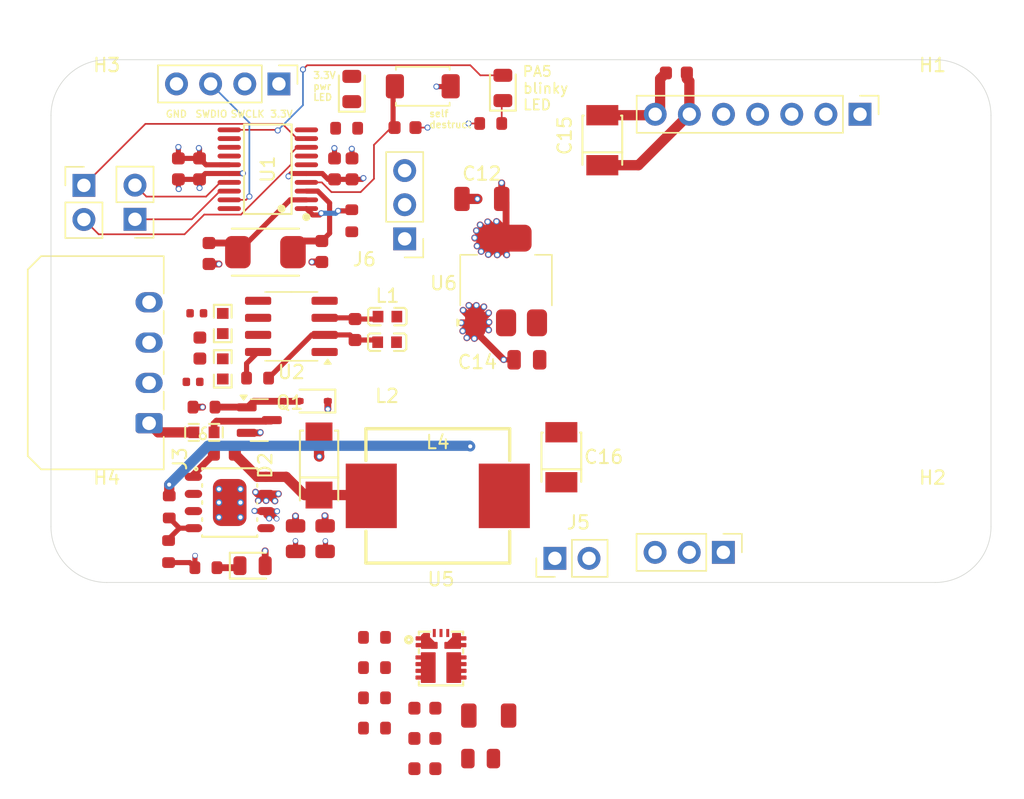
<source format=kicad_pcb>
(kicad_pcb (version 20241229) (generator "pcbnew") (generator_version "9.0")
  (layers (0 "F.Cu" power) (4 "In1.Cu" power) (6 "In2.Cu" power) (2 "B.Cu" signal) (13 "F.Paste" user) (15 "B.Paste" user) (5 "F.SilkS" user "F.Silkscreen") (7 "B.SilkS" user "B.Silkscreen") (1 "F.Mask" user) (3 "B.Mask" user) (25 "Edge.Cuts" user))
  (net 0 "")
  (net 1 "SWDIO")
  (net 2 "Net-(S1-B)")
  (net 3 "USART2_RX")
  (net 4 "+3.3V")
  (net 5 "CANTX")
  (net 7 "Net-(U1-PF0-OSC_IN)")
  (net 9 "CANRX")
  (net 10 "GND")
  (net 12 "SWCLK")
  (net 13 "Net-(U1-PA5)")
  (net 16 "USART2_TX")
  (net 18 "Net-(U1-PF1-OSC_OUT)")
  (net 19 "+5V")
  (net 20 "CANH")
  (net 21 "CANL")
  (net 23 "Net-(D3-Pad1)")
  (net 24 "Net-(D1-Pad1)")
  (net 25 "LORA_TX")
  (net 27 "LORA_RX")
  (net 30 "Net-(C18-Pad1)")
  (net 31 "Net-(U2-VCC)")
  (net 32 "+12V")
  (net 33 "+BATT")
  (net 34 "Net-(Q1-D)")
  (net 35 "Net-(Q1-G)")
  (net 36 "Net-(D2-K)")
  (net 37 "Net-(U1-BOOT0PB8)")
  (net 38 "Net-(R11-Pad1)")
  (net 39 "Net-(R12-Pad1)")
  (net 40 "Net-(J7-Pin_2)")
  (net 41 "Net-(U2-Rs)")
  (net 42 "Net-(D5-Pad1)")
  (net 43 "Net-(J6-Pin_2)")
  (net 45 "Net-(U3-BOOT)")
  (net 48 "Net-(U3-VSENSE)")
  (net 49 "CANGND")
  (footprint "Connector_PinHeader_2.54mm:PinHeader_1x03_P2.54mm_Vertical" (layer "F.Cu") (at 110.8202 41.5798 180)
    (property "Reference" "J6")
    (property "Value" "Conn_01x03_Pin")
  )
  (footprint "PCM_JLCPCB:R_0603" (layer "F.Cu") (at 93.25 64.85 -90)
    (property "Reference" "R4" (hide yes))
    (property "Value" "3.3kΩ")
  )
  (footprint "Connector_PinHeader_2.54mm:PinHeader_1x02_P2.54mm_Vertical" (layer "F.Cu") (at 90.75 40.125 180)
    (property "Reference" "J8" (hide yes))
    (property "Value" "Conn_01x02_Pin")
  )
  (footprint "PCM_JLCPCB:R_0603" (layer "F.Cu") (at 117.221 32.9946 180)
    (property "Reference" "R1" (hide yes))
    (property "Value" "820Ω")
  )
  (footprint "PCM_JLCPCB:SW_TS-1088-AR02016" (layer "F.Cu") (at 112.1664 30.226 180)
    (property "Reference" "S1" (hide yes))
    (property "Value" "Tactile Button, 160gf")
  )
  (footprint "PCM_JLCPCB:ESOP-8_L4.9-W3.9-P1.27-LS6.0-TL-EP" (layer "F.Cu") (at 97.8 61.2)
    (property "Reference" "U3" (hide yes))
    (property "Value" "TPS5430DDAR")
  )
  (footprint "PCM_JLCPCB:R_0603" (layer "F.Cu") (at 93.3 61.53 -90)
    (property "Reference" "R8" (hide yes))
    (property "Value" "10kΩ")
  )
  (footprint "PCM_JLCPCB:C_0603" (layer "F.Cu") (at 95.5802 49.7078 -90)
    (property "Reference" "C18" (hide yes))
    (property "Value" "4.7nF")
  )
  (footprint "MountingHole:MountingHole_3.2mm_M3_DIN965" (layer "F.Cu") (at 150.1 32.4)
    (property "Reference" "H1")
    (property "Value" "M3 MountingHole")
  )
  (footprint "easyeda2kicad:QFN-7_L4.0-W3.3_TPSM863257RDXR" (layer "F.Cu") (at 113.5232 72.201)
    (property "Reference" "U5")
    (property "Value" "TPSM863252RDXR")
  )
  (footprint "PCM_JLCPCB:R_0402" (layer "F.Cu") (at 95.3516 47.117 180)
    (property "Reference" "R11" (hide yes))
    (property "Value" "0Ω" (hide yes))
  )
  (footprint "easyeda2kicad:IND-SMD_L10.7-W10.0" (layer "F.Cu") (at 113.284 60.706)
    (property "Reference" "L4")
    (property "Value" "SPM10054T-150M-HZ")
  )
  (footprint "PCM_JLCPCB:C_0603" (layer "F.Cu") (at 110.8456 33.2994 180)
    (property "Reference" "C6" (hide yes))
    (property "Value" "100nF")
  )
  (footprint "PCM_JLCPCB:R_0603" (layer "F.Cu") (at 106.8832 40.2336 90)
    (property "Reference" "R5" (hide yes))
    (property "Value" "10kΩ")
  )
  (footprint "PCM_JLCPCB:C_0603" (layer "F.Cu") (at 93.98 36.3728 90)
    (property "Reference" "C3" (hide yes))
    (property "Value" "4.7uF")
  )
  (footprint "Connector_PinHeader_2.54mm:PinHeader_1x02_P2.54mm_Vertical" (layer "F.Cu") (at 121.9962 65.3542 90)
    (property "Reference" "J5")
    (property "Value" "Conn_01x02_Pin")
  )
  (footprint "PCM_JLCPCB:C_0603" (layer "F.Cu") (at 96.257 42.6704 90)
    (property "Reference" "C9" (hide yes))
    (property "Value" "20pF")
  )
  (footprint "PCM_JLCPCB:C_0805" (layer "F.Cu") (at 116.4732 80.256)
    (property "Reference" "C22" (hide yes))
    (property "Value" "22uF")
  )
  (footprint "PCM_JLCPCB:R_0603" (layer "F.Cu") (at 99.8728 51.943 180)
    (property "Reference" "R9" (hide yes))
    (property "Value" "0Ω")
  )
  (footprint "MountingHole:MountingHole_3.2mm_M3_DIN965" (layer "F.Cu") (at 88.65 32.4)
    (property "Reference" "H3")
    (property "Value" "M3 MountingHole")
  )
  (footprint "PCM_JLCPCB:C_0603" (layer "F.Cu") (at 112.3232 78.756)
    (property "Reference" "C20" (hide yes))
    (property "Value" "10nF")
  )
  (footprint "PCM_JLCPCB:D_0805" (layer "F.Cu") (at 99.5 65.9)
    (property "Reference" "D5" (hide yes))
    (property "Value" "Red")
  )
  (footprint "MountingHole:MountingHole_3.2mm_M3_DIN965" (layer "F.Cu") (at 88.65 63.1)
    (property "Reference" "H4")
    (property "Value" "M3 MountingHole")
  )
  (footprint "easyeda2kicad:F0603" (layer "F.Cu") (at 95.885 55.9816)
    (property "Reference" "F1" (hide yes))
    (property "Value" "BSMD0603-020-16V")
  )
  (footprint "PCM_JLCPCB:C_0603" (layer "F.Cu") (at 112.3232 76.506)
    (property "Reference" "C17" (hide yes))
    (property "Value" "100nF")
  )
  (footprint "PCM_JLCPCB:C_0603" (layer "F.Cu") (at 95.5548 36.3728 90)
    (property "Reference" "C2" (hide yes))
    (property "Value" "100nF")
  )
  (footprint "PCM_JLCPCB:R_0603" (layer "F.Cu") (at 108.5732 71.236)
    (property "Reference" "R13" (hide yes))
    (property "Value" "68kΩ")
  )
  (footprint "PCM_JLCPCB:C_0603" (layer "F.Cu") (at 106.9 36.3728 90)
    (property "Reference" "C5" (hide yes))
    (property "Value" "1uF")
  )
  (footprint "Connector_Molex:Molex_Micro-Fit_3.0_43650-0400_1x04_P3.00mm_Horizontal" (layer "F.Cu") (at 91.8 55.3 90)
    (property "Reference" "J3")
    (property "Value" "43650-0400")
  )
  (footprint "easyeda2kicad:CASE-B_3528" (layer "F.Cu") (at 122.4788 57.83 90)
    (property "Reference" "C16")
    (property "Value" "TLJB227M006R0500")
  )
  (footprint "Connector_PinHeader_2.54mm:PinHeader_1x07_P2.54mm_Vertical" (layer "F.Cu") (at 144.7038 32.3088 -90)
    (property "Reference" "J1" (hide yes))
    (property "Value" "Conn_01x07")
  )
  (footprint "PCM_JLCPCB:R_0603" (layer "F.Cu") (at 96.03 66.05 180)
    (property "Reference" "R10" (hide yes))
    (property "Value" "4.7kΩ")
  )
  (footprint "easyeda2kicad:CASE-B_3528" (layer "F.Cu") (at 125.5268 34.2392 90)
    (property "Reference" "C15")
    (property "Value" "TLJB227M006R0500")
  )
  (footprint "PCM_JLCPCB:C_0603" (layer "F.Cu") (at 107.1236 48.3284 -90)
    (property "Reference" "C11" (hide yes))
    (property "Value" "100nF")
  )
  (footprint "PCM_JLCPCB:R_0402" (layer "F.Cu") (at 95.0722 52.2224 180)
    (property "Reference" "R12" (hide yes))
    (property "Value" "0Ω" (hide yes))
  )
  (footprint "easyeda2kicad:R0603" (layer "F.Cu") (at 97.282 51.2572 90)
    (property "Reference" "R6" (hide yes))
    (property "Value" "0603WAF604JT5E")
  )
  (footprint "easyeda2kicad:TSSOP-20_L6.5-W4.4-P0.65-LS6.4-BL" (layer "F.Cu") (at 100.6348 36.3982 90)
    (property "Reference" "U1")
    (property "Value" "STM32F042F4P6")
  )
  (footprint "easyeda2kicad:L0603" (layer "F.Cu") (at 109.5366 47.3652)
    (property "Reference" "L1")
    (property "Value" "GZ1608D601TF")
  )
  (footprint "PCM_JLCPCB:R_0603" (layer "F.Cu") (at 95.885 54.102 180)
    (property "Reference" "R3" (hide yes))
    (property "Value" "13kΩ")
  )
  (footprint "PCM_JLCPCB:C_0603" (layer "F.Cu") (at 112.3232 81.006)
    (property "Reference" "C21" (hide yes))
    (property "Value" "22pF")
  )
  (footprint "PCM_JLCPCB:C_0805" (layer "F.Cu") (at 102.7 63.89 -90)
    (property "Reference" "C19" (hide yes))
    (property "Value" "10uF")
  )
  (footprint "PCM_JLCPCB:D_0805" (layer "F.Cu") (at 106.8832 30.4292 90)
    (property "Reference" "D3" (hide yes))
    (property "Value" "Red")
  )
  (footprint "PCM_JLCPCB:C_1206" (layer "F.Cu") (at 116.5606 38.608 180)
    (property "Reference" "C12")
    (property "Value" "22uF")
  )
  (footprint "PCM_JLCPCB:R_0603" (layer "F.Cu") (at 108.5732 77.986)
    (property "Reference" "R16" (hide yes))
    (property "Value" "30kΩ")
  )
  (footprint "Package_TO_SOT_SMD:SOT-223-3_TabPin2" (layer "F.Cu") (at 118.364 44.679 90)
    (property "Reference" "U6")
    (property "Value" "AMS1117-3.3")
  )
  (footprint "easyeda2kicad:L0603" (layer "F.Cu") (at 109.5112 49.2702 180)
    (property "Reference" "L2")
    (property "Value" "GZ1608D601TF")
  )
  (footprint "easyeda2kicad:R0603" (layer "F.Cu") (at 97.282 47.879 90)
    (property "Reference" "R7" (hide yes))
    (property "Value" "0603WAF604JT5E")
  )
  (footprint "Package_TO_SOT_SMD:SOT-23" (layer "F.Cu") (at 99.9998 55.0672)
    (property "Reference" "Q1")
    (property "Value" "AO3401A")
  )
  (footprint "PCM_JLCPCB:CRYSTAL-SMD_L5.0-W3.2" (layer "F.Cu") (at 100.457 42.5704 180)
    (property "Reference" "X1" (hide yes))
    (property "Value" "X50328MSB2GI")
  )
  (footprint "Connector_PinHeader_2.54mm:PinHeader_1x02_P2.54mm_Vertical" (layer "F.Cu") (at 86.95 37.6)
    (property "Reference" "J9" (hide yes))
    (property "Value" "Conn_01x02_Pin")
  )
  (footprint "Connector_PinHeader_2.54mm:PinHeader_1x03_P2.54mm_Vertical" (layer "F.Cu") (at 134.5338 64.9088 -90)
    (property "Reference" "J2" (hide yes))
    (property "Value" "Conn_01x03")
  )
  (footprint "PCM_JLCPCB:C_0603" (layer "F.Cu") (at 104.657 42.5204 90)
    (property "Reference" "C10" (hide yes))
    (property "Value" "20pF")
  )
  (footprint "PCM_JLCPCB:D_0805" (layer "F.Cu") (at 118.1264 30.35 90)
    (property "Reference" "D1" (hide yes))
    (property "Value" "Green")
  )
  (footprint "MountingHole:MountingHole_3.2mm_M3_DIN965" (layer "F.Cu") (at 150.1 63.1)
    (property "Reference" "H2")
    (property "Value" "M3 MountingHole")
  )
  (footprint "PCM_JLCPCB:R_0603" (layer "F.Cu") (at 108.5732 75.736)
    (property "Reference" "R15" (hide yes))
    (property "Value" "130kΩ")
  )
  (footprint "Connector_PinHeader_2.54mm:PinHeader_1x04_P2.54mm_Vertical" (layer "F.Cu") (at 101.46 30.05 -90)
    (property "Reference" "J4" (hide yes))
    (property "Value" "Conn_01x04_Pin")
  )
  (footprint "easyeda2kicad:SMA_L4.3-W2.6-LS5.1-RD" (layer "F.Cu") (at 104.4448 58.4454 90)
    (property "Reference" "D2")
    (property "Value" "B340A")
  )
  (footprint "PCM_JLCPCB:C_0603" (layer "F.Cu") (at 97.4 57.61)
    (property "Reference" "C1" (hide yes))
    (property "Value" "10nF")
  )
  (footprint "PCM_JLCPCB:R_0603" (layer "F.Cu") (at 108.5732 73.486)
    (property "Reference" "R14" (hide yes))
    (property "Value" "10kΩ")
  )
  (footprint "PCM_JLCPCB:D_SOD-323" (layer "F.Cu") (at 104.05 53.65 180)
    (property "Reference" "D6" (hide yes))
    (property "Value" "BZT52C10S")
  )
  (footprint "PCM_JLCPCB:C_1206" (layer "F.Cu") (at 117.0732 77.056)
    (property "Reference" "C7" (hide yes))
    (property "Value" "10uF")
  )
  (footprint "PCM_JLCPCB:C_0603" (layer "F.Cu") (at 131.0386 29.2354 180)
    (property "Reference" "C8" (hide yes))
    (property "Value" "100nF")
  )
  (footprint "PCM_JLCPCB:C_0805" (layer "F.Cu") (at 104.9 63.89 -90)
    (property "Reference" "C13" (hide yes))
    (property "Value" "10uF")
  )
  (footprint "Package_SO:SOIC-8_3.9x4.9mm_P1.27mm" (layer "F.Cu") (at 102.3874 48.0934 180)
    (property "Reference" "U2")
    (property "Value" "SN65HVD230DR")
  )
  (footprint "PCM_JLCPCB:R_0603" (layer "F.Cu") (at 106.5 33.35)
    (property "Reference" "R2" (hide yes))
    (property "Value" "820Ω")
  )
  (footprint "PCM_JLCPCB:C_0603" (layer "F.Cu") (at 105.6 36.3728 90)
    (property "Reference" "C4" (hide yes))
    (property "Value" "10nF")
  )
  (footprint "PCM_JLCPCB:C_0805" (layer "F.Cu") (at 119.914 50.579 180)
    (property "Reference" "C14")
    (property "Value" "10uF")
  )
  (gr_arc (start 154.45 63) (mid 153.234493 65.934493) (end 150.3 67.15) (stroke (width 0.05)) (layer "Edge.Cuts"))
  (gr_line (start 88.65 28.25) (end 150.3 28.25) (stroke (width 0.05)) (layer "Edge.Cuts"))
  (gr_line (start 154.45 32.4) (end 154.45 63) (stroke (width 0.05)) (layer "Edge.Cuts"))
  (gr_line (start 150.3 67.15) (end 88.65 67.15) (stroke (width 0.05)) (layer "Edge.Cuts"))
  (gr_arc (start 84.5 32.4) (mid 85.715507 29.465507) (end 88.65 28.25) (stroke (width 0.05)) (layer "Edge.Cuts"))
  (gr_arc (start 150.3 28.25) (mid 153.234493 29.465507) (end 154.45 32.4) (stroke (width 0.05)) (layer "Edge.Cuts"))
  (gr_line (start 84.5 63) (end 84.5 32.4) (stroke (width 0.05)) (layer "Edge.Cuts"))
  (gr_arc (start 88.65 67.15) (mid 85.715507 65.934493) (end 84.5 63) (stroke (width 0.05)) (layer "Edge.Cuts"))
  (gr_text "3.3V" (at 100.7618 32.5882 0) (layer "F.SilkS") (effects (font (size 0.508 0.508) (thickness 0.1016) (bold yes)) (justify left bottom)))
  (gr_text "3.3V\npwr\nLED" (at 103.9622 31.3436 0) (layer "F.SilkS") (effects (font (size 0.508 0.508) (thickness 0.1016) (bold yes)) (justify left bottom)))
  (gr_text "self\ndestruct" (at 112.5982 33.3756 0) (layer "F.SilkS") (effects (font (size 0.508 0.508) (thickness 0.1016) (bold yes)) (justify left bottom)))
  (gr_text "SWCLK" (at 97.8154 32.5882 0) (layer "F.SilkS") (effects (font (size 0.508 0.508) (thickness 0.1016) (bold yes)) (justify left bottom)))
  (gr_text "SWDIO" (at 95.1992 32.5882 0) (layer "F.SilkS") (effects (font (size 0.508 0.508) (thickness 0.1016) (bold yes)) (justify left bottom)))
  (gr_text "PA5" (at 119.5324 29.5656 0) (layer "F.SilkS") (effects (font (size 0.762 0.762) (thickness 0.127) (bold yes)) (justify left bottom)))
  (gr_text "blinky\nLED" (at 119.5578 32.0548 0) (layer "F.SilkS") (effects (font (size 0.762 0.762) (thickness 0.127) (bold yes)) (justify left bottom)))
  (gr_text "GND" (at 92.9894 32.5882 0) (layer "F.SilkS") (effects (font (size 0.508 0.508) (thickness 0.1016) (bold yes)) (justify left bottom)))
  (segment (start 99.0152 38.6782) (end 99.2632 38.4302) (width 0.127) (layer "F.Cu") (net 1))
  (segment (start 97.7648 38.6782) (end 99.0152 38.6782) (width 0.127) (layer "F.Cu") (net 1))
  (via (at 99.2632 38.4302) (size 0.45) (drill 0.3) (layers "F.Cu" "B.Cu") (net 1))
  (segment (start 99.2632 32.9332) (end 96.38 30.05) (width 0.127) (layer "B.Cu") (net 1))
  (segment (start 99.2632 38.4302) (end 99.2632 32.9332) (width 0.127) (layer "B.Cu") (net 1))
  (segment (start 108.5342 37.1094) (end 108.5342 34.5858) (width 0.127) (layer "F.Cu") (net 2))
  (segment (start 107.5436 38.1) (end 108.5342 37.1094) (width 0.127) (layer "F.Cu") (net 2))
  (segment (start 110.0656 33.0456) (end 110.0656 33.2994) (width 0.381) (layer "F.Cu") (net 2))
  (segment (start 104.651908 37.3782) (end 105.373708 38.1) (width 0.127) (layer "F.Cu") (net 2))
  (segment (start 109.8206 33.2994) (end 110.0656 33.2994) (width 0.127) (layer "F.Cu") (net 2))
  (segment (start 108.5342 34.5858) (end 109.8206 33.2994) (width 0.127) (layer "F.Cu") (net 2))
  (segment (start 109.9566 32.9366) (end 110.0656 33.0456) (width 0.381) (layer "F.Cu") (net 2))
  (segment (start 110.0914 30.226) (end 109.9566 30.3608) (width 0.381) (layer "F.Cu") (net 2))
  (segment (start 109.9566 30.3608) (end 109.9566 32.9366) (width 0.381) (layer "F.Cu") (net 2))
  (segment (start 105.373708 38.1) (end 107.5436 38.1) (width 0.127) (layer "F.Cu") (net 2))
  (segment (start 103.5048 37.3782) (end 104.651908 37.3782) (width 0.127) (layer "F.Cu") (net 2))
  (segment (start 102.8148 34.1182) (end 103.5048 34.1182) (width 0.127) (layer "F.Cu") (net 3))
  (segment (start 86.95 37.6) (end 91.5263 33.0237) (width 0.127) (layer "F.Cu") (net 3))
  (segment (start 91.5263 33.0237) (end 101.7203 33.0237) (width 0.127) (layer "F.Cu") (net 3))
  (segment (start 101.7203 33.0237) (end 102.8148 34.1182) (width 0.127) (layer "F.Cu") (net 3))
  (segment (start 104.6882 36.7182) (end 105.1228 37.1528) (width 0.381) (layer "F.Cu") (net 4))
  (segment (start 116.7892 41.529) (end 116.205 42.1132) (width 0.508) (layer "F.Cu") (net 4))
  (segment (start 103.5048 36.7182) (end 104.6882 36.7182) (width 0.381) (layer "F.Cu") (net 4))
  (segment (start 95.5548 37.1528) (end 95.5548 37.7952) (width 0.381) (layer "F.Cu") (net 4))
  (segment (start 118.364 42.7228) (end 118.4148 42.7736) (width 0.508) (layer "F.Cu") (net 4))
  (segment (start 95.5548 37.1528) (end 95.9894 36.7182) (width 0.381) (layer "F.Cu") (net 4))
  (segment (start 102.384262 36.7182) (end 102.177531 36.924931) (width 0.381) (layer "F.Cu") (net 4))
  (segment (start 118.364 41.529) (end 117.4242 41.529) (width 0.508) (layer "F.Cu") (net 4))
  (segment (start 118.364 41.529) (end 118.2624 41.529) (width 0.508) (layer "F.Cu") (net 4))
  (segment (start 118.364 38.9314) (end 118.0406 38.608) (width 0.508) (layer "F.Cu") (net 4))
  (segment (start 118.364 40.9956) (end 117.6528 40.2844) (width 0.508) (layer "F.Cu") (net 4))
  (segment (start 118.364 41.529) (end 116.0526 41.529) (width 0.508) (layer "F.Cu") (net 4))
  (segment (start 117.5004 41.529) (end 116.5098 42.5196) (width 0.508) (layer "F.Cu") (net 4))
  (segment (start 118.364 41.529) (end 116.7892 41.529) (width 0.508) (layer "F.Cu") (net 4))
  (segment (start 118.364 41.529) (end 117.5004 41.529) (width 0.508) (layer "F.Cu") (net 4))
  (segment (start 118.2116 41.529) (end 116.9924 40.3098) (width 0.508) (layer "F.Cu") (net 4))
  (segment (start 97.7648 36.7182) (end 98.7595 36.7182) (width 0.381) (layer "F.Cu") (net 4))
  (segment (start 103.5048 36.7182) (end 102.384262 36.7182) (width 0.381) (layer "F.Cu") (net 4))
  (segment (start 116.0526 41.529) (end 116.0272 41.5036) (width 0.508) (layer "F.Cu") (net 4))
  (segment (start 118.364 42.1132) (end 117.7036 42.7736) (width 0.508) (layer "F.Cu") (net 4))
  (segment (start 93.98 37.1528) (end 93.98 37.846) (width 0.381) (layer "F.Cu") (net 4))
  (segment (start 105.6 37.1528) (end 106.9 37.1528) (width 0.381) (layer "F.Cu") (net 4))
  (segment (start 98.7595 36.7182) (end 98.7747 36.703) (width 0.381) (layer "F.Cu") (net 4))
  (segment (start 118.364 41.529) (end 118.364 40.9956) (width 0.508) (layer "F.Cu") (net 4))
  (segment (start 118.364 41.529) (end 118.2116 41.529) (width 0.508) (layer "F.Cu") (net 4))
  (segment (start 93.98 37.846) (end 94.0054 37.8714) (width 0.381) (layer "F.Cu") (net 4))
  (segment (start 118.364 41.529) (end 118.364 42.7228) (width 0.508) (layer "F.Cu") (net 4))
  (segment (start 118.364 41.529) (end 118.364 42.1132) (width 0.508) (layer "F.Cu") (net 4))
  (segment (start 95.9894 36.7182) (end 97.7648 36.7182) (width 0.381) (layer "F.Cu") (net 4))
  (segment (start 118.364 41.529) (end 118.364 38.9314) (width 0.508) (layer "F.Cu") (net 4))
  (segment (start 107.6526 37.1528) (end 107.7468 37.0586) (width 0.381) (layer "F.Cu") (net 4))
  (segment (start 118.0406 38.608) (end 118.0406 37.421) (width 0.508) (layer "F.Cu") (net 4))
  (segment (start 118.2624 41.529) (end 117.0432 42.7482) (width 0.508) (layer "F.Cu") (net 4))
  (segment (start 93.98 37.1528) (end 95.5548 37.1528) (width 0.381) (layer "F.Cu") (net 4))
  (segment (start 117.4242 41.529) (end 116.4336 40.5384) (width 0.508) (layer "F.Cu") (net 4))
  (segment (start 118.364 41.529) (end 116.713 41.529) (width 0.508) (layer "F.Cu") (net 4))
  (segment (start 105.1228 37.1528) (end 105.6 37.1528) (width 0.381) (layer "F.Cu") (net 4))
  (segment (start 106.9 37.1528) (end 107.6526 37.1528) (width 0.381) (layer "F.Cu") (net 4))
  (segment (start 118.0406 37.421) (end 118.0338 37.4142) (width 0.508) (layer "F.Cu") (net 4))
  (segment (start 116.713 41.529) (end 116.1542 40.9702) (width 0.508) (layer "F.Cu") (net 4))
  (via (at 117.6528 40.2844) (size 0.45) (drill 0.3) (layers "F.Cu" "B.Cu") (net 4))
  (via (at 102.177531 36.924931) (size 0.45) (drill 0.3) (layers "F.Cu" "B.Cu") (net 4))
  (via (at 116.1542 40.9702) (size 0.45) (drill 0.3) (layers "F.Cu" "B.Cu") (net 4))
  (via (at 95.5548 37.7952) (size 0.45) (drill 0.3) (layers "F.Cu" "B.Cu") (net 4))
  (via (at 118.4148 42.7736) (size 0.45) (drill 0.3) (layers "F.Cu" "B.Cu") (net 4))
  (via (at 116.0272 41.5036) (size 0.45) (drill 0.3) (layers "F.Cu" "B.Cu") (net 4))
  (via (at 94.0054 37.8714) (size 0.45) (drill 0.3) (layers "F.Cu" "B.Cu") (net 4))
  (via (at 116.9924 40.3098) (size 0.45) (drill 0.3) (layers "F.Cu" "B.Cu") (net 4))
  (via (at 118.0338 37.4142) (size 0.45) (drill 0.3) (layers "F.Cu" "B.Cu") (net 4))
  (via (at 117.0432 42.7482) (size 0.45) (drill 0.3) (layers "F.Cu" "B.Cu") (net 4))
  (via (at 107.7468 37.0586) (size 0.45) (drill 0.3) (layers "F.Cu" "B.Cu") (net 4))
  (via (at 98.7747 36.703) (size 0.45) (drill 0.3) (layers "F.Cu" "B.Cu") (net 4))
  (via (at 116.205 42.1132) (size 0.45) (drill 0.3) (layers "F.Cu" "B.Cu") (net 4))
  (via (at 116.4336 40.5384) (size 0.45) (drill 0.3) (layers "F.Cu" "B.Cu") (net 4))
  (via (at 116.5098 42.5196) (size 0.45) (drill 0.3) (layers "F.Cu" "B.Cu") (net 4))
  (via (at 117.7036 42.7736) (size 0.45) (drill 0.3) (layers "F.Cu" "B.Cu") (net 4))
  (segment (start 97.0748 38.0282) (end 94.978 40.125) (width 0.127) (layer "F.Cu") (net 5))
  (segment (start 94.978 40.125) (end 90.75 40.125) (width 0.127) (layer "F.Cu") (net 5))
  (segment (start 97.7648 38.0282) (end 97.0748 38.0282) (width 0.127) (layer "F.Cu") (net 5))
  (segment (start 103.5048 38.6782) (end 102.2992 38.6782) (width 0.381) (layer "F.Cu") (net 7))
  (segment (start 97.727 41.8904) (end 98.407 42.5704) (width 0.508) (layer "F.Cu") (net 7))
  (segment (start 96.257 41.8904) (end 97.727 41.8904) (width 0.508) (layer "F.Cu") (net 7))
  (segment (start 102.2992 38.6782) (end 98.407 42.5704) (width 0.381) (layer "F.Cu") (net 7))
  (segment (start 97.096182 37.3782) (end 97.7648 37.3782) (width 0.127) (layer "F.Cu") (net 9))
  (segment (start 90.75 37.585) (end 91.6 38.435) (width 0.127) (layer "F.Cu") (net 9))
  (segment (start 91.6 38.435) (end 96.039382 38.435) (width 0.127) (layer "F.Cu") (net 9))
  (segment (start 96.039382 38.435) (end 97.096182 37.3782) (width 0.127) (layer "F.Cu") (net 9))
  (segment (start 96.9948 43.4504) (end 97.002 43.4576) (width 0.508) (layer "F.Cu") (net 10))
  (segment (start 111.6256 33.2994) (end 112.522 33.2994) (width 0.127) (layer "F.Cu") (net 10))
  (segment (start 105.6 34.841) (end 105.6 35.5928) (width 0.381) (layer "F.Cu") (net 10))
  (segment (start 100.5 62.1486) (end 100.7364 62.385) (width 0.381) (layer "F.Cu") (net 10))
  (segment (start 116.064 46.623) (end 116.1542 46.5328) (width 0.508) (layer "F.Cu") (net 10))
  (segment (start 115.747 47.829) (end 115.1382 48.4378) (width 0.508) (layer "F.Cu") (net 10))
  (segment (start 105.5878 34.8288) (end 105.6 34.841) (width 0.381) (layer "F.Cu") (net 10))
  (segment (start 101.3116 61.84) (end 101.3206 61.849) (width 0.381) (layer "F.Cu") (net 10))
  (segment (start 94.83 65.67) (end 95.21 66.05) (width 0.381) (layer "F.Cu") (net 10))
  (segment (start 116.064 47.829) (end 116.064 48.3248) (width 0.508) (layer "F.Cu") (net 10))
  (segment (start 104.9274 64.0728) (end 104.9196 64.065) (width 0.381) (layer "F.Cu") (net 10))
  (segment (start 100.5 61.84) (end 101.3116 61.84) (width 0.381) (layer "F.Cu") (net 10))
  (segment (start 93.98 35.5928) (end 93.98 34.7472) (width 0.381) (layer "F.Cu") (net 10))
  (segment (start 96.0302 36.0682) (end 95.5548 35.5928) (width 0.381) (layer "F.Cu") (net 10))
  (segment (start 95.7806 54.1048) (end 95.0678 54.1048) (width 0.508) (layer "F.Cu") (net 10))
  (segment (start 116.3312 47.829) (end 117.0686 47.0916) (width 0.508) (layer "F.Cu") (net 10))
  (segment (start 125.5268 32.3792) (end 129.3934 32.3792) (width 0.762) (layer "F.Cu") (net 10))
  (segment (start 104.657 43.3004) (end 103.9168 43.3004) (width 0.508) (layer "F.Cu") (net 10))
  (segment (start 117.0424 47.829) (end 117.094 47.7774) (width 0.508) (layer "F.Cu") (net 10))
  (segment (start 100.5 61.84) (end 99.6606 61.84) (width 0.381) (layer "F.Cu") (net 10))
  (segment (start 104.9274 64.8462) (end 104.9274 64.0728) (width 0.381) (layer "F.Cu") (net 10))
  (segment (start 113.1824 30.25) (end 114.2174 30.25) (width 0.381) (layer "F.Cu") (net 10))
  (segment (start 116.064 47.829) (end 116.064 46.623) (width 0.508) (layer "F.Cu") (net 10))
  (segment (start 95.5548 35.5928) (end 93.98 35.5928) (width 0.381) (layer "F.Cu") (net 10))
  (segment (start 106.9 34.8964) (end 106.9 35.5928) (width 0.381) (layer "F.Cu") (net 10))
  (segment (start 114.2174 30.25) (end 114.2414 30.226) (width 0.381) (layer "F.Cu") (net 10))
  (segment (start 129.8268 31.9458) (end 129.4638 32.3088) (width 0.762) (layer "F.Cu") (net 10))
  (segment (start 115.0374 47.829) (end 115.0366 47.8282) (width 0.508) (layer "F.Cu") (net 10))
  (segment (start 102.7 64.0666) (end 102.6922 64.0588) (width 0.381) (layer "F.Cu") (net 10))
  (segment (start 116.536 47.829) (end 117.0686 48.3616) (width 0.508) (layer "F.Cu") (net 10))
  (segment (start 102.7 64.84) (end 102.7 64.0666) (width 0.381) (layer "F.Cu") (net 10))
  (segment (start 116.064 47.2834) (end 116.713 46.6344) (width 0.508) (layer "F.Cu") (net 10))
  (segment (start 116.064 47.829) (end 117.0424 47.829) (width 0.508) (layer "F.Cu") (net 10))
  (segment (start 95.5548 34.8742) (end 95.504 34.8234) (width 0.381) (layer "F.Cu") (net 10))
  (segment (start 129.3934 32.3792) (end 129.4638 32.3088) (width 0.762) (layer "F.Cu") (net 10))
  (segment (start 116.064 48.4492) (end 118.1862 50.5714) (width 0.508) (layer "F.Cu") (net 10))
  (segment (start 93.25 65.67) (end 94.83 65.67) (width 0.381) (layer "F.Cu") (net 10))
  (segment (start 116.064 47.829) (end 116.3312 47.829) (width 0.508) (layer "F.Cu") (net 10))
  (segment (start 118.1938 50.579) (end 118.1862 50.5714) (width 0.381) (layer "F.Cu") (net 10))
  (segment (start 116.401 32.9946) (end 115.57 32.9946) (width 0.127) (layer "F.Cu") (net 10))
  (segment (start 95.21 65.1656) (end 95.2246 65.151) (width 0.381) (layer "F.Cu") (net 10))
  (segment (start 96.257 43.4504) (end 96.9948 43.4504) (width 0.508) (layer "F.Cu") (net 10))
  (segment (start 103.9168 43.3004) (end 103.912 43.3052) (width 0.508) (layer "F.Cu") (net 10))
  (segment (start 116.064 47.829) (end 116.064 48.4492) (width 0.508) (layer "F.Cu") (net 10))
  (segment (start 130.2586 29.2354) (end 129.8268 29.6672) (width 0.762) (layer "F.Cu") (net 10))
  (segment (start 118.964 50.579) (end 118.1938 50.579) (width 0.381) (layer "F.Cu") (net 10))
  (segment (start 95.21 66.05) (end 95.21 65.1656) (width 0.381) (layer "F.Cu") (net 10))
  (segment (start 116.064 48.9344) (end 116.0018 48.9966) (width 0.508) (layer "F.Cu") (net 10))
  (segment (start 116.064 47.7888) (end 115.1636 46.8884) (width 0.508) (layer "F.Cu") (net 10))
  (segment (start 116.064 47.829) (end 116.536 47.829) (width 0.508) (layer "F.Cu") (net 10))
  (segment (start 116.064 47.829) (end 115.747 47.829) (width 0.508) (layer "F.Cu") (net 10))
  (segment (start 95.0678 54.1048) (end 95.065 54.102) (width 0.508) (layer "F.Cu") (net 10))
  (segment (start 97.7648 36.0682) (end 96.0302 36.0682) (width 0.381) (layer "F.Cu") (net 10))
  (segment (start 100.7274 61.84) (end 101.2952 62.4078) (width 0.381) (layer "F.Cu") (net 10))
  (segment (start 104.4448 57.7596) (end 104.4448 56.2454) (width 0.762) (layer "F.Cu") (net 10))
  (segment (start 116.064 47.829) (end 116.064 47.7888) (width 0.508) (layer "F.Cu") (net 10))
  (segment (start 116.064 47.829) (end 116.064 47.2834) (width 0.508) (layer "F.Cu") (net 10))
  (segment (start 104.4702 57.785) (end 104.4448 57.7596) (width 0.762) (layer "F.Cu") (net 10))
  (segment (start 95.5548 35.5928) (end 95.5548 34.8742) (width 0.381) (layer "F.Cu") (net 10))
  (segment (start 116.064 48.3248) (end 115.443 48.9458) (width 0.508) (layer "F.Cu") (net 10))
  (segment (start 95.7834 54.102) (end 95.7806 54.1048) (width 0.508) (layer "F.Cu") (net 10))
  (segment (start 106.8832 34.8796) (end 106.9 34.8964) (width 0.381) (layer "F.Cu") (net 10))
  (segment (start 116.064 47.829) (end 115.0374 47.829) (width 0.508) (layer "F.Cu") (net 10))
  (segment (start 129.8268 29.6672) (end 129.8268 31.9458) (width 0.762) (layer "F.Cu") (net 10))
  (segment (start 115.0806 38.608) (end 116.2304 38.608) (width 0.762) (layer "F.Cu") (net 10))
  (segment (start 116.064 47.829) (end 116.064 48.9344) (width 0.508) (layer "F.Cu") (net 10))
  (segment (start 100.5 61.84) (end 100.5 62.1486) (width 0.381) (layer "F.Cu") (net 10))
  (segment (start 116.064 47.829) (end 116.064 47.0014) (width 0.508) (layer "F.Cu") (net 10))
  (segment (start 99.6606 61.84) (end 99.6442 61.8236) (width 0.381) (layer "F.Cu") (net 10))
  (segment (start 100.5 61.84) (end 100.7274 61.84) (width 0.381) (layer "F.Cu") (net 10))
  (segment (start 116.064 47.0014) (end 115.5954 46.5328) (width 0.508) (layer "F.Cu") (net 10))
  (via (at 101.3206 61.849) (size 0.45) (drill 0.3) (layers "F.Cu" "B.Cu") (net 10))
  (via (at 95.504 34.8234) (size 0.45) (drill 0.3) (layers "F.Cu" "B.Cu") (net 10))
  (via (at 118.1862 50.5714) (size 0.45) (drill 0.3) (layers "F.Cu" "B.Cu") (net 10))
  (via (at 117.0686 47.0916) (size 0.45) (drill 0.3) (layers "F.Cu" "B.Cu") (net 10))
  (via (at 112.522 33.2994) (size 0.45) (drill 0.3) (layers "F.Cu" "B.Cu") (net 10))
  (via (at 101.2952 62.4078) (size 0.4) (drill 0.3) (layers "F.Cu" "B.Cu") (net 10))
  (via (at 106.8832 34.8796) (size 0.45) (drill 0.3) (layers "F.Cu" "B.Cu") (net 10))
  (via (at 115.0366 47.8282) (size 0.45) (drill 0.3) (layers "F.Cu" "B.Cu") (net 10))
  (via (at 99.6442 61.8236) (size 0.45) (drill 0.3) (layers "F.Cu" "B.Cu") (net 10))
  (via (at 113.1824 30.25) (size 0.45) (drill 0.3) (layers "F.Cu" "B.Cu") (net 10))
  (via (at 97.002 43.4576) (size 0.4) (drill 0.3) (layers "F.Cu" "B.Cu") (net 10))
  (via (at 115.1636 46.8884) (size 0.45) (drill 0.3) (layers "F.Cu" "B.Cu") (net 10))
  (via (at 115.1382 48.4378) (size 0.45) (drill 0.3) (layers "F.Cu" "B.Cu") (net 10))
  (via (at 102.6922 64.0588) (size 0.4) (drill 0.3) (layers "F.Cu" "B.Cu") (net 10))
  (via (at 95.2246 65.151) (size 0.4) (drill 0.3) (layers "F.Cu" "B.Cu") (net 10))
  (via (at 116.1542 46.5328) (size 0.45) (drill 0.3) (layers "F.Cu" "B.Cu") (net 10))
  (via (at 104.4702 57.785) (size 0.45) (drill 0.3) (layers "F.Cu" "B.Cu") (net 10))
  (via (at 95.7834 54.102) (size 0.4) (drill 0.3) (layers "F.Cu" "B.Cu") (net 10))
  (via (at 115.57 32.9946) (size 0.45) (drill 0.3) (layers "F.Cu" "B.Cu") (net 10))
  (via (at 115.443 48.9458) (size 0.45) (drill 0.3) (layers "F.Cu" "B.Cu") (net 10))
  (via (at 116.713 46.6344) (size 0.45) (drill 0.3) (layers "F.Cu" "B.Cu") (net 10))
  (via (at 116.2304 38.608) (size 0.45) (drill 0.3) (layers "F.Cu" "B.Cu") (net 10))
  (via (at 117.094 47.7774) (size 0.45) (drill 0.3) (layers "F.Cu" "B.Cu") (net 10))
  (via (at 117.0686 48.3616) (size 0.45) (drill 0.3) (layers "F.Cu" "B.Cu") (net 10))
  (via (at 103.912 43.3052) (size 0.4) (drill 0.3) (layers "F.Cu" "B.Cu") (net 10))
  (via (at 116.0018 48.9966) (size 0.45) (drill 0.3) (layers "F.Cu" "B.Cu") (net 10))
  (via (at 104.9196 64.065) (size 0.4) (drill 0.3) (layers "F.Cu" "B.Cu") (net 10))
  (via (at 93.98 34.7472) (size 0.45) (drill 0.3) (layers "F.Cu" "B.Cu") (net 10))
  (via (at 115.5954 46.5328) (size 0.45) (drill 0.3) (layers "F.Cu" "B.Cu") (net 10))
  (via (at 100.7364 62.385) (size 0.45) (drill 0.3) (layers "F.Cu" "B.Cu") (net 10))
  (via (at 105.5878 34.8288) (size 0.45) (drill 0.3) (layers "F.Cu" "B.Cu") (net 10))
  (segment (start 115.7005 28.6605) (end 116.45 29.41) (width 0.127) (layer "F.Cu") (net 13))
  (segment (start 103.251 28.975) (end 103.5655 28.6605) (width 0.127) (layer "F.Cu") (net 13))
  (segment (start 101.3274 33.4682) (end 101.3714 33.5122) (width 0.127) (layer "F.Cu") (net 13))
  (segment (start 116.45 29.41) (end 118.1264 29.41) (width 0.127) (layer "F.Cu") (net 13))
  (segment (start 97.7648 33.4682) (end 101.3274 33.4682) (width 0.127) (layer "F.Cu") (net 13))
  (segment (start 103.5655 28.6605) (end 115.7005 28.6605) (width 0.127) (layer "F.Cu") (net 13))
  (via (at 103.251 28.975) (size 0.45) (drill 0.3) (layers "F.Cu" "B.Cu") (net 13))
  (via (at 101.3714 33.5122) (size 0.45) (drill 0.3) (layers "F.Cu" "B.Cu") (net 13))
  (segment (start 101.3714 33.5122) (end 103.251 31.6326) (width 0.127) (layer "B.Cu") (net 13))
  (segment (start 103.251 31.6326) (end 103.251 28.975) (width 0.127) (layer "B.Cu") (net 13))
  (segment (start 95.9047 39.7727) (end 98.638918 39.7727) (width 0.127) (layer "F.Cu") (net 16))
  (segment (start 102.3703 35.2127) (end 102.8148 34.7682) (width 0.127) (layer "F.Cu") (net 16))
  (segment (start 86.95 40.14) (end 88.0495 41.2395) (width 0.127) (layer "F.Cu") (net 16))
  (segment (start 98.638918 39.7727) (end 102.3703 36.041318) (width 0.127) (layer "F.Cu") (net 16))
  (segment (start 102.8148 34.7682) (end 103.5048 34.7682) (width 0.127) (layer "F.Cu") (net 16))
  (segment (start 94.4379 41.2395) (end 95.9047 39.7727) (width 0.127) (layer "F.Cu") (net 16))
  (segment (start 88.0495 41.2395) (end 94.4379 41.2395) (width 0.127) (layer "F.Cu") (net 16))
  (segment (start 102.3703 36.041318) (end 102.3703 35.2127) (width 0.127) (layer "F.Cu") (net 16))
  (segment (start 103.337 41.7404) (end 102.507 42.5704) (width 0.508) (layer "F.Cu") (net 18))
  (segment (start 103.5048 38.0282) (end 104.353023 38.0282) (width 0.381) (layer "F.Cu") (net 18))
  (segment (start 104.657 41.7404) (end 103.337 41.7404) (width 0.508) (layer "F.Cu") (net 18))
  (segment (start 104.353023 38.0282) (end 105.2332 38.908377) (width 0.381) (layer "F.Cu") (net 18))
  (segment (start 105.2332 38.908377) (end 105.2332 41.1642) (width 0.381) (layer "F.Cu") (net 18))
  (segment (start 105.2332 41.1642) (end 104.657 41.7404) (width 0.381) (layer "F.Cu") (net 18))
  (segment (start 125.5268 36.0992) (end 128.2134 36.0992) (width 0.762) (layer "F.Cu") (net 19))
  (segment (start 128.2134 36.0992) (end 132.0038 32.3088) (width 0.762) (layer "F.Cu") (net 19))
  (segment (start 93.3 59.8736) (end 93.2942 59.8678) (width 0.762) (layer "F.Cu") (net 19))
  (segment (start 93.3 60.71) (end 93.3 59.8736) (width 0.762) (layer "F.Cu") (net 19))
  (segment (start 131.8186 29.2354) (end 131.8186 29.6672) (width 0.762) (layer "F.Cu") (net 19))
  (segment (start 131.8186 29.6672) (end 132.0038 29.8524) (width 0.762) (layer "F.Cu") (net 19))
  (segment (start 132.0038 29.8524) (end 132.0038 32.3088) (width 0.762) (layer "F.Cu") (net 19))
  (via (at 115.697 57.023) (size 0.45) (drill 0.3) (layers "F.Cu" "B.Cu") (net 19))
  (via (at 93.2942 59.8678) (size 0.45) (drill 0.3) (layers "F.Cu" "B.Cu") (net 19))
  (segment (start 115.652 56.978) (end 115.697 57.023) (width 0.762) (layer "B.Cu") (net 19))
  (segment (start 96.184 56.978) (end 115.652 56.978) (width 0.762) (layer "B.Cu") (net 19))
  (segment (start 93.2942 59.8678) (end 96.184 56.978) (width 0.762) (layer "B.Cu") (net 19))
  (segment (start 118.041 31.3754) (end 118.1264 31.29) (width 0.127) (layer "F.Cu") (net 24))
  (segment (start 118.041 32.9946) (end 118.041 31.3754) (width 0.127) (layer "F.Cu") (net 24))
  (segment (start 107.0336 47.4584) (end 107.1236 47.5484) (width 0.381) (layer "F.Cu") (net 31))
  (segment (start 107.1236 47.5484) (end 108.6534 47.5484) (width 0.381) (layer "F.Cu") (net 31))
  (segment (start 104.8624 47.4584) (end 107.0336 47.4584) (width 0.381) (layer "F.Cu") (net 31))
  (segment (start 108.6534 47.5484) (end 108.8366 47.3652) (width 0.381) (layer "F.Cu") (net 31))
  (segment (start 100.6412 60.56) (end 101.1682 61.087) (width 0.508) (layer "F.Cu") (net 32))
  (segment (start 100.0404 56.0172) (end 100.076 55.9816) (width 0.508) (layer "F.Cu") (net 32))
  (segment (start 101.4158 60.56) (end 101.4222 60.5536) (width 0.508) (layer "F.Cu") (net 32))
  (segment (start 102.7 62.2124) (end 102.6922 62.2046) (width 0.508) (layer "F.Cu") (net 32))
  (segment (start 100.5 60.56) (end 100.6412 60.56) (width 0.508) (layer "F.Cu") (net 32))
  (segment (start 100.5 60.56) (end 100.4252 60.56) (width 0.508) (layer "F.Cu") (net 32))
  (segment (start 100.5 61.0538) (end 100.5078 61.0616) (width 0.508) (layer "F.Cu") (net 32))
  (segment (start 99.0623 56.0172) (end 100.0404 56.0172) (width 0.508) (layer "F.Cu") (net 32))
  (segment (start 99.8538 60.56) (end 99.7204 60.4266) (width 0.508) (layer "F.Cu") (net 32))
  (segment (start 100.44 65.9) (end 100.44 64.8038) (width 0.508) (layer "F.Cu") (net 32))
  (segment (start 105.1 54.2492) (end 105.1052 54.2544) (width 0.508) (layer "F.Cu") (net 32))
  (segment (start 104.9 62.2026) (end 104.8766 62.1792) (width 0.508) (layer "F.Cu") (net 32))
  (segment (start 102.7 62.94) (end 102.7 62.2124) (width 0.508) (layer "F.Cu") (net 32))
  (segment (start 100.5 60.56) (end 99.8538 60.56) (width 0.508) (layer "F.Cu") (net 32))
  (segment (start 104.9 62.94) (end 104.9 62.2026) (width 0.508) (layer "F.Cu") (net 32))
  (segment (start 105.1 53.65) (end 105.1 54.2492) (width 0.508) (layer "F.Cu") (net 32))
  (segment (start 100.44 64.8038) (end 100.4316 64.7954) (width 0.508) (layer "F.Cu") (net 32))
  (segment (start 100.5 60.56) (end 101.4158 60.56) (width 0.508) (layer "F.Cu") (net 32))
  (segment (start 100.4252 60.56) (end 99.9236 61.0616) (width 0.508) (layer "F.Cu") (net 32))
  (segment (start 100.5 60.56) (end 100.5 61.0538) (width 0.508) (layer "F.Cu") (net 32))
  (via (at 102.6922 62.2046) (size 0.45) (drill 0.3) (layers "F.Cu" "B.Cu") (net 32))
  (via (at 100.076 55.9816) (size 0.45) (drill 0.3) (layers "F.Cu" "B.Cu") (net 32))
  (via (at 100.4316 64.7954) (size 0.45) (drill 0.3) (layers "F.Cu" "B.Cu") (net 32))
  (via (at 105.1052 54.2544) (size 0.45) (drill 0.3) (layers "F.Cu" "B.Cu") (net 32))
  (via (at 99.9236 61.0616) (size 0.45) (drill 0.3) (layers "F.Cu" "B.Cu") (net 32))
  (via (at 99.7204 60.4266) (size 0.45) (drill 0.3) (layers "F.Cu" "B.Cu") (net 32))
  (via (at 100.5078 61.0616) (size 0.45) (drill 0.3) (layers "F.Cu" "B.Cu") (net 32))
  (via (at 101.1682 61.087) (size 0.45) (drill 0.3) (layers "F.Cu" "B.Cu") (net 32))
  (via (at 104.8766 62.1792) (size 0.45) (drill 0.3) (layers "F.Cu" "B.Cu") (net 32))
  (via (at 101.4222 60.5536) (size 0.45) (drill 0.3) (layers "F.Cu" "B.Cu") (net 32))
  (segment (start 92.4816 55.9816) (end 95.135 55.9816) (width 0.762) (layer "F.Cu") (net 33))
  (segment (start 91.8 55.3) (end 92.4816 55.9816) (width 0.762) (layer "F.Cu") (net 33))
  (segment (start 96.8182 55.15) (end 100.4989 55.15) (width 0.508) (layer "F.Cu") (net 34))
  (segment (start 100.5055 55.1434) (end 100.8611 55.1434) (width 0.508) (layer "F.Cu") (net 34))
  (segment (start 96.635 55.3332) (end 96.8182 55.15) (width 0.508) (layer "F.Cu") (net 34))
  (segment (start 100.8611 55.1434) (end 100.9373 55.0672) (width 0.508) (layer "F.Cu") (net 34))
  (segment (start 96.635 55.9816) (end 96.635 55.3332) (width 0.508) (layer "F.Cu") (net 34))
  (segment (start 100.4989 55.15) (end 100.5055 55.1434) (width 0.508) (layer "F.Cu") (net 34))
  (segment (start 99.0623 54.1172) (end 99.1385 54.1172) (width 0.508) (layer "F.Cu") (net 35))
  (segment (start 98.9861 54.1172) (end 99.0623 54.1172) (width 0.508) (layer "F.Cu") (net 35))
  (segment (start 102.9798 53.6702) (end 103 53.65) (width 0.508) (layer "F.Cu") (net 35))
  (segment (start 99.5855 53.6702) (end 102.9798 53.6702) (width 0.508) (layer "F.Cu") (net 35))
  (segment (start 96.705 54.102) (end 98.9709 54.102) (width 0.508) (layer "F.Cu") (net 35))
  (segment (start 99.1385 54.1172) (end 99.5855 53.6702) (width 0.508) (layer "F.Cu") (net 35))
  (segment (start 98.9709 54.102) (end 98.9861 54.1172) (width 0.508) (layer "F.Cu") (net 35))
  (segment (start 104.4448 60.6454) (end 103.3526 60.6454) (width 0.762) (layer "F.Cu") (net 36))
  (segment (start 103.3526 60.6454) (end 101.9972 59.29) (width 0.762) (layer "F.Cu") (net 36))
  (segment (start 107.706 60.706) (end 108.334 60.706) (width 0.762) (layer "F.Cu") (net 36))
  (segment (start 100.5 59.29) (end 99.86 59.29) (width 0.762) (layer "F.Cu") (net 36))
  (segment (start 107.6454 60.6454) (end 107.706 60.706) (width 0.762) (layer "F.Cu") (net 36))
  (segment (start 101.9972 59.29) (end 100.5 59.29) (width 0.762) (layer "F.Cu") (net 36))
  (segment (start 104.4448 60.6454) (end 107.6454 60.6454) (width 0.762) (layer "F.Cu") (net 36))
  (segment (start 99.86 59.29) (end 98.18 57.61) (width 0.762) (layer "F.Cu") (net 36))
  (segment (start 106.7998 39.497) (end 106.8832 39.4136) (width 0.381) (layer "F.Cu") (net 37))
  (segment (start 104.489 39.8025) (end 104.6167 39.6748) (width 0.381) (layer "F.Cu") (net 37))
  (segment (start 103.5048 39.3282) (end 103.9791 39.8025) (width 0.381) (layer "F.Cu") (net 37))
  (segment (start 105.8672 39.497) (end 106.7998 39.497) (width 0.381) (layer "F.Cu") (net 37))
  (segment (start 103.9791 39.8025) (end 104.489 39.8025) (width 0.381) (layer "F.Cu") (net 37))
  (via (at 105.8672 39.497) (size 0.45) (drill 0.3) (layers "F.Cu" "B.Cu") (net 37))
  (via (at 104.6167 39.6748) (size 0.45) (drill 0.3) (layers "F.Cu" "B.Cu") (net 37))
  (segment (start 105.6894 39.6748) (end 105.8672 39.497) (width 0.381) (layer "B.Cu") (net 37))
  (segment (start 104.6167 39.6748) (end 105.6894 39.6748) (width 0.381) (layer "B.Cu") (net 37))
  (segment (start 99.0528 50.858) (end 99.9124 49.9984) (width 0.381) (layer "F.Cu") (net 41))
  (segment (start 99.0528 51.943) (end 99.0528 50.858) (width 0.381) (layer "F.Cu") (net 41))
  (segment (start 96.85 66.05) (end 98.41 66.05) (width 0.508) (layer "F.Cu") (net 42))
  (segment (start 98.41 66.05) (end 98.56 65.9) (width 0.508) (layer "F.Cu") (net 42))
  (segment (start 95.1 59.13) (end 96.62 57.61) (width 0.508) (layer "F.Cu") (net 45))
  (segment (start 95.1 59.29) (end 95.1 59.13) (width 0.508) (layer "F.Cu") (net 45))
  (segment (start 93.25 64.03) (end 93.25 63.92) (width 0.381) (layer "F.Cu") (net 48))
  (segment (start 93.25 63.92) (end 94.06 63.11) (width 0.381) (layer "F.Cu") (net 48))
  (segment (start 94.06 63.11) (end 93.3 62.35) (width 0.381) (layer "F.Cu") (net 48))
  (segment (start 95.1 63.11) (end 94.06 63.11) (width 0.381) (layer "F.Cu") (net 48))
  (segment (start 103.9074 48.7284) (end 100.6928 51.943) (width 0.381) (layer "F.Cu") (net 49))
  (segment (start 104.8624 48.7284) (end 106.7436 48.7284) (width 0.381) (layer "F.Cu") (net 49))
  (segment (start 107.1236 49.1084) (end 108.6494 49.1084) (width 0.381) (layer "F.Cu") (net 49))
  (segment (start 104.8624 48.7284) (end 103.9074 48.7284) (width 0.381) (layer "F.Cu") (net 49))
  (segment (start 108.6494 49.1084) (end 108.8112 49.2702) (width 0.381) (layer "F.Cu") (net 49))
  (segment (start 106.7436 48.7284) (end 107.1236 49.1084) (width 0.381) (layer "F.Cu") (net 49))
)
</source>
